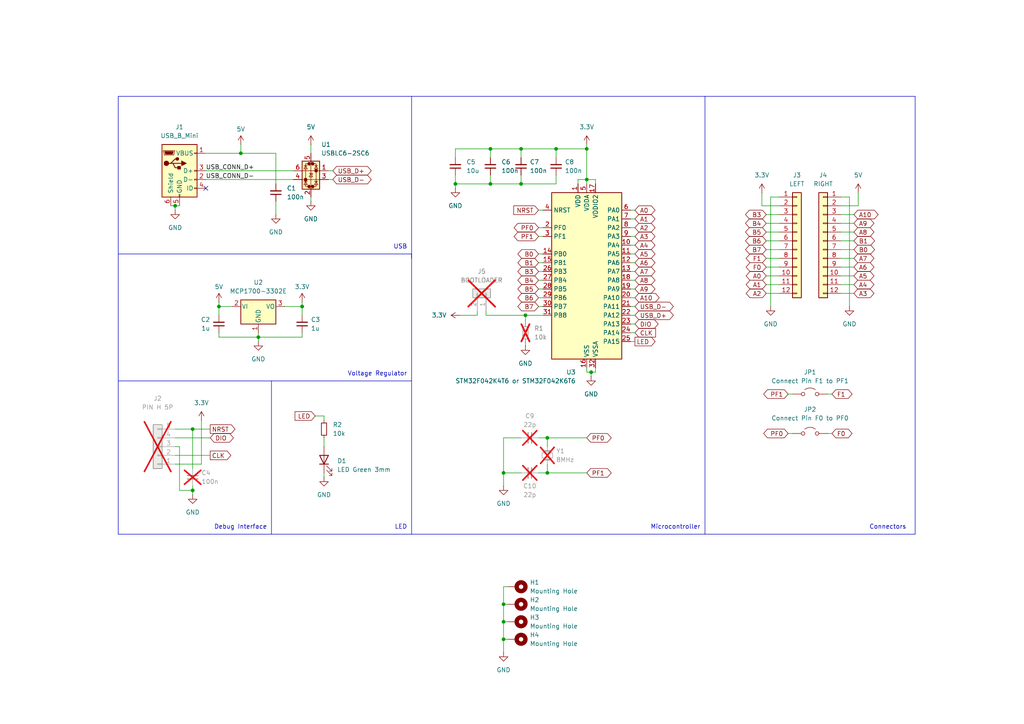
<source format=kicad_sch>
(kicad_sch (version 20250114) (generator "eeschema") (generator_version "9.0")
  (paper "A4")
  (title_block (title "stm32f0-usbd-devboard") (date "2025-04-12") (rev "20250412") (comment 3 "Released under CERN Open Hardware Licence Version 2 - Strongly Reciprocal") (comment 4 "Designed by: Rafael G. Martins"))
  (lib_symbols
    (symbol "Connector:USB_B_Mini" (pin_names (offset 1.016))
      (property "Reference" "J" (at -5.08 11.43 0))
      (property "Value" "USB_B_Mini" (at -5.08 8.89 0))
      (symbol "USB_B_Mini_0_1"
        (rectangle (start -5.08 -7.62) (end 5.08 7.62) (stroke (width 0.254)) (fill (type background)))
        (polyline (pts (xy -4.699 5.842) (xy -4.699 5.588) (xy -4.445 4.826) (xy -4.445 4.572) (xy -1.651 4.572) (xy -1.651 4.826) (xy -1.397 5.588) (xy -1.397 5.842) (xy -4.699 5.842)))
        (polyline (pts (xy -4.318 5.588) (xy -1.778 5.588) (xy -2.032 4.826) (xy -4.064 4.826) (xy -4.318 5.588)) (fill (type outline)))
        (circle (center -3.81 2.159) (radius 0.635) (stroke (width 0.254)) (fill (type outline)))
        (polyline (pts (xy -3.175 2.159) (xy -2.54 2.159) (xy -1.27 3.429) (xy -0.635 3.429)) (stroke (width 0.254)))
        (polyline (pts (xy -2.54 2.159) (xy -1.905 2.159) (xy -1.27 0.889) (xy 0 0.889)) (stroke (width 0.254)))
        (polyline (pts (xy -1.905 2.159) (xy 0.635 2.159)) (stroke (width 0.254)))
        (circle (center -0.635 3.429) (radius 0.381) (stroke (width 0.254)) (fill (type outline)))
        (rectangle (start -0.127 -7.62) (end 0.127 -6.858))
        (rectangle (start 0.254 1.27) (end -0.508 0.508) (stroke (width 0.254)) (fill (type outline)))
        (polyline (pts (xy 0.635 2.794) (xy 0.635 1.524) (xy 1.905 2.159) (xy 0.635 2.794)) (stroke (width 0.254)) (fill (type outline)))
        (rectangle (start 5.08 4.953) (end 4.318 5.207))
        (rectangle (start 5.08 -0.127) (end 4.318 0.127))
        (rectangle (start 5.08 -2.667) (end 4.318 -2.413))
        (rectangle (start 5.08 -5.207) (end 4.318 -4.953))
      )
      (symbol "USB_B_Mini_1_1"
        (pin passive line (at -2.54 -10.16 90) (length 2.54) (name "Shield") (number "6"))
        (pin power_out line (at 0 -10.16 90) (length 2.54) (name "GND") (number "5"))
        (pin power_out line (at 7.62 5.08 180) (length 2.54) (name "VBUS") (number "1"))
        (pin bidirectional line (at 7.62 0 180) (length 2.54) (name "D+") (number "3"))
        (pin bidirectional line (at 7.62 -2.54 180) (length 2.54) (name "D-") (number "2"))
        (pin passive line (at 7.62 -5.08 180) (length 2.54) (name "ID") (number "4"))
      )
    )
    (symbol "Connector_Generic:Conn_01x02" (pin_names (offset 1.016) (hide yes))
      (property "Reference" "J" (at 0 2.54 0))
      (property "Value" "Conn_01x02" (at 0 -5.08 0))
      (symbol "Conn_01x02_1_1"
        (rectangle (start -1.27 1.27) (end 1.27 -3.81) (stroke (width 0.254)) (fill (type background)))
        (rectangle (start -1.27 0.127) (end 0 -0.127) (stroke (width 0.1524)))
        (rectangle (start -1.27 -2.413) (end 0 -2.667) (stroke (width 0.1524)))
        (pin passive line (at -5.08 0 0) (length 3.81) (name "Pin_1") (number "1"))
        (pin passive line (at -5.08 -2.54 0) (length 3.81) (name "Pin_2") (number "2"))
      )
    )
    (symbol "Connector_Generic:Conn_01x05" (pin_names (offset 1.016) (hide yes))
      (property "Reference" "J" (at 0 7.62 0))
      (property "Value" "Conn_01x05" (at 0 -7.62 0))
      (symbol "Conn_01x05_1_1"
        (rectangle (start -1.27 6.35) (end 1.27 -6.35) (stroke (width 0.254)) (fill (type background)))
        (rectangle (start -1.27 5.207) (end 0 4.953) (stroke (width 0.1524)))
        (rectangle (start -1.27 2.667) (end 0 2.413) (stroke (width 0.1524)))
        (rectangle (start -1.27 0.127) (end 0 -0.127) (stroke (width 0.1524)))
        (rectangle (start -1.27 -2.413) (end 0 -2.667) (stroke (width 0.1524)))
        (rectangle (start -1.27 -4.953) (end 0 -5.207) (stroke (width 0.1524)))
        (pin passive line (at -5.08 5.08 0) (length 3.81) (name "Pin_1") (number "1"))
        (pin passive line (at -5.08 2.54 0) (length 3.81) (name "Pin_2") (number "2"))
        (pin passive line (at -5.08 0 0) (length 3.81) (name "Pin_3") (number "3"))
        (pin passive line (at -5.08 -2.54 0) (length 3.81) (name "Pin_4") (number "4"))
        (pin passive line (at -5.08 -5.08 0) (length 3.81) (name "Pin_5") (number "5"))
      )
    )
    (symbol "Connector_Generic:Conn_01x12" (pin_names (offset 1.016) (hide yes))
      (property "Reference" "J" (at 0 15.24 0))
      (property "Value" "Conn_01x12" (at 0 -17.78 0))
      (symbol "Conn_01x12_1_1"
        (rectangle (start -1.27 13.97) (end 1.27 -16.51) (stroke (width 0.254)) (fill (type background)))
        (rectangle (start -1.27 12.827) (end 0 12.573) (stroke (width 0.1524)))
        (rectangle (start -1.27 10.287) (end 0 10.033) (stroke (width 0.1524)))
        (rectangle (start -1.27 7.747) (end 0 7.493) (stroke (width 0.1524)))
        (rectangle (start -1.27 5.207) (end 0 4.953) (stroke (width 0.1524)))
        (rectangle (start -1.27 2.667) (end 0 2.413) (stroke (width 0.1524)))
        (rectangle (start -1.27 0.127) (end 0 -0.127) (stroke (width 0.1524)))
        (rectangle (start -1.27 -2.413) (end 0 -2.667) (stroke (width 0.1524)))
        (rectangle (start -1.27 -4.953) (end 0 -5.207) (stroke (width 0.1524)))
        (rectangle (start -1.27 -7.493) (end 0 -7.747) (stroke (width 0.1524)))
        (rectangle (start -1.27 -10.033) (end 0 -10.287) (stroke (width 0.1524)))
        (rectangle (start -1.27 -12.573) (end 0 -12.827) (stroke (width 0.1524)))
        (rectangle (start -1.27 -15.113) (end 0 -15.367) (stroke (width 0.1524)))
        (pin passive line (at -5.08 12.7 0) (length 3.81) (name "Pin_1") (number "1"))
        (pin passive line (at -5.08 10.16 0) (length 3.81) (name "Pin_2") (number "2"))
        (pin passive line (at -5.08 7.62 0) (length 3.81) (name "Pin_3") (number "3"))
        (pin passive line (at -5.08 5.08 0) (length 3.81) (name "Pin_4") (number "4"))
        (pin passive line (at -5.08 2.54 0) (length 3.81) (name "Pin_5") (number "5"))
        (pin passive line (at -5.08 0 0) (length 3.81) (name "Pin_6") (number "6"))
        (pin passive line (at -5.08 -2.54 0) (length 3.81) (name "Pin_7") (number "7"))
        (pin passive line (at -5.08 -5.08 0) (length 3.81) (name "Pin_8") (number "8"))
        (pin passive line (at -5.08 -7.62 0) (length 3.81) (name "Pin_9") (number "9"))
        (pin passive line (at -5.08 -10.16 0) (length 3.81) (name "Pin_10") (number "10"))
        (pin passive line (at -5.08 -12.7 0) (length 3.81) (name "Pin_11") (number "11"))
        (pin passive line (at -5.08 -15.24 0) (length 3.81) (name "Pin_12") (number "12"))
      )
    )
    (symbol "Device:C_Small" (pin_numbers (hide yes)) (pin_names (offset 0.254) (hide yes))
      (property "Reference" "C" (at 0.254 1.778 0))
      (property "Value" "C_Small" (at 0.254 -2.032 0))
      (symbol "C_Small_0_1"
        (polyline (pts (xy -1.524 0.508) (xy 1.524 0.508)) (stroke (width 0.3048)))
        (polyline (pts (xy -1.524 -0.508) (xy 1.524 -0.508)) (stroke (width 0.3302)))
      )
      (symbol "C_Small_1_1"
        (pin passive line (at 0 2.54 270) (length 2.032) (name "~") (number "1"))
        (pin passive line (at 0 -2.54 90) (length 2.032) (name "~") (number "2"))
      )
    )
    (symbol "Device:Crystal_Small" (pin_numbers (hide yes)) (pin_names (offset 1.016) (hide yes))
      (property "Reference" "Y" (at 0 2.54 0))
      (property "Value" "Crystal_Small" (at 0 -2.54 0))
      (symbol "Crystal_Small_0_1"
        (polyline (pts (xy -1.27 -0.762) (xy -1.27 0.762)) (stroke (width 0.381)))
        (rectangle (start -0.762 -1.524) (end 0.762 1.524))
        (polyline (pts (xy 1.27 -0.762) (xy 1.27 0.762)) (stroke (width 0.381)))
      )
      (symbol "Crystal_Small_1_1"
        (pin passive line (at -2.54 0 0) (length 1.27) (name "1") (number "1"))
        (pin passive line (at 2.54 0 180) (length 1.27) (name "2") (number "2"))
      )
    )
    (symbol "Device:LED" (pin_numbers (hide yes)) (pin_names (offset 1.016) (hide yes))
      (property "Reference" "D" (at 0 2.54 0))
      (property "Value" "LED" (at 0 -2.54 0))
      (symbol "LED_0_1"
        (polyline (pts (xy -3.048 -0.762) (xy -4.572 -2.286) (xy -3.81 -2.286) (xy -4.572 -2.286) (xy -4.572 -1.524)))
        (polyline (pts (xy -1.778 -0.762) (xy -3.302 -2.286) (xy -2.54 -2.286) (xy -3.302 -2.286) (xy -3.302 -1.524)))
        (polyline (pts (xy -1.27 0) (xy 1.27 0)))
        (polyline (pts (xy -1.27 -1.27) (xy -1.27 1.27)) (stroke (width 0.254)))
        (polyline (pts (xy 1.27 -1.27) (xy 1.27 1.27) (xy -1.27 0) (xy 1.27 -1.27)) (stroke (width 0.254)))
      )
      (symbol "LED_1_1"
        (pin passive line (at -3.81 0 0) (length 2.54) (name "K") (number "1"))
        (pin passive line (at 3.81 0 180) (length 2.54) (name "A") (number "2"))
      )
    )
    (symbol "Device:R_Small" (pin_numbers (hide yes)) (pin_names (offset 0.254) (hide yes))
      (property "Reference" "R" (at 0 0 90))
      (property "Value" "R_Small" (at 1.778 0 90))
      (symbol "R_Small_0_1"
        (rectangle (start -0.762 1.778) (end 0.762 -1.778) (stroke (width 0.2032)))
      )
      (symbol "R_Small_1_1"
        (pin passive line (at 0 2.54 270) (length 0.762) (name "~") (number "1"))
        (pin passive line (at 0 -2.54 90) (length 0.762) (name "~") (number "2"))
      )
    )
    (symbol "Jumper:Jumper_2_Open" (pin_numbers (hide yes)) (pin_names (offset 0) (hide yes))
      (property "Reference" "JP" (at 0 2.794 0))
      (property "Value" "Jumper_2_Open" (at 0 -2.286 0))
      (symbol "Jumper_2_Open_0_0"
        (circle (center -2.032 0) (radius 0.508))
        (circle (center 2.032 0) (radius 0.508))
      )
      (symbol "Jumper_2_Open_0_1"
        (arc (start -1.524 1.27) (mid 0 1.778) (end 1.524 1.27))
      )
      (symbol "Jumper_2_Open_1_1"
        (pin passive line (at -5.08 0 0) (length 2.54) (name "A") (number "1"))
        (pin passive line (at 5.08 0 180) (length 2.54) (name "B") (number "2"))
      )
    )
    (symbol "MCU_ST_STM32F0:STM32F042K6Tx"
      (property "Reference" "U" (at -10.16 26.67 0))
      (property "Value" "STM32F042K6Tx" (at 5.08 26.67 0))
      (symbol "STM32F042K6Tx_0_1"
        (rectangle (start -10.16 -22.86) (end 10.16 25.4) (stroke (width 0.254)) (fill (type background)))
      )
      (symbol "STM32F042K6Tx_1_1"
        (pin input line (at -12.7 20.32 0) (length 2.54) (name "NRST") (number "4"))
        (pin bidirectional line (at -12.7 15.24 0) (length 2.54) (name "PF0") (number "2"))
        (pin bidirectional line (at -12.7 12.7 0) (length 2.54) (name "PF1") (number "3"))
        (pin bidirectional line (at -12.7 7.62 0) (length 2.54) (name "PB0") (number "14"))
        (pin bidirectional line (at -12.7 5.08 0) (length 2.54) (name "PB1") (number "15"))
        (pin bidirectional line (at -12.7 2.54 0) (length 2.54) (name "PB3") (number "26"))
        (pin bidirectional line (at -12.7 0 0) (length 2.54) (name "PB4") (number "27"))
        (pin bidirectional line (at -12.7 -2.54 0) (length 2.54) (name "PB5") (number "28"))
        (pin bidirectional line (at -12.7 -5.08 0) (length 2.54) (name "PB6") (number "29"))
        (pin bidirectional line (at -12.7 -7.62 0) (length 2.54) (name "PB7") (number "30"))
        (pin bidirectional line (at -12.7 -10.16 0) (length 2.54) (name "PB8") (number "31"))
        (pin power_in line (at -2.54 27.94 270) (length 2.54) (name "VDD") (number "1"))
        (pin power_in line (at 0 27.94 270) (length 2.54) (name "VDDA") (number "5"))
        (pin power_in line (at 0 -25.4 90) (length 2.54) (name "VSS") (number "16"))
        (pin power_in line (at 2.54 27.94 270) (length 2.54) (name "VDDIO2") (number "17"))
        (pin power_in line (at 2.54 -25.4 90) (length 2.54) (name "VSSA") (number "32"))
        (pin bidirectional line (at 12.7 20.32 180) (length 2.54) (name "PA0") (number "6"))
        (pin bidirectional line (at 12.7 17.78 180) (length 2.54) (name "PA1") (number "7"))
        (pin bidirectional line (at 12.7 15.24 180) (length 2.54) (name "PA2") (number "8"))
        (pin bidirectional line (at 12.7 12.7 180) (length 2.54) (name "PA3") (number "9"))
        (pin bidirectional line (at 12.7 10.16 180) (length 2.54) (name "PA4") (number "10"))
        (pin bidirectional line (at 12.7 7.62 180) (length 2.54) (name "PA5") (number "11"))
        (pin bidirectional line (at 12.7 5.08 180) (length 2.54) (name "PA6") (number "12"))
        (pin bidirectional line (at 12.7 2.54 180) (length 2.54) (name "PA7") (number "13"))
        (pin bidirectional line (at 12.7 0 180) (length 2.54) (name "PA8") (number "18"))
        (pin bidirectional line (at 12.7 -2.54 180) (length 2.54) (name "PA9") (number "19"))
        (pin bidirectional line (at 12.7 -5.08 180) (length 2.54) (name "PA10") (number "20"))
        (pin bidirectional line (at 12.7 -7.62 180) (length 2.54) (name "PA11") (number "21"))
        (pin bidirectional line (at 12.7 -10.16 180) (length 2.54) (name "PA12") (number "22"))
        (pin bidirectional line (at 12.7 -12.7 180) (length 2.54) (name "PA13") (number "23"))
        (pin bidirectional line (at 12.7 -15.24 180) (length 2.54) (name "PA14") (number "24"))
        (pin bidirectional line (at 12.7 -17.78 180) (length 2.54) (name "PA15") (number "25"))
      )
    )
    (symbol "Mechanical:MountingHole_Pad" (pin_numbers (hide yes)) (pin_names (offset 1.016) (hide yes)) (in_bom no)
      (property "Reference" "H" (at 0 6.35 0))
      (property "Value" "MountingHole_Pad" (at 0 4.445 0))
      (symbol "MountingHole_Pad_0_1"
        (circle (center 0 1.27) (radius 1.27) (stroke (width 1.27)))
      )
      (symbol "MountingHole_Pad_1_1"
        (pin input line (at 0 -2.54 90) (length 2.54) (name "1") (number "1"))
      )
    )
    (symbol "Power_Protection:USBLC6-2SC6" (pin_names (hide yes))
      (property "Reference" "U" (at 0.635 5.715 0))
      (property "Value" "USBLC6-2SC6" (at 0.635 3.81 0))
      (symbol "USBLC6-2SC6_0_0"
        (circle (center -1.524 0) (radius 0.0001) (stroke (width 0.508)))
        (circle (center -0.508 2.032) (radius 0.0001) (stroke (width 0.508)))
        (circle (center -0.508 -4.572) (radius 0.0001) (stroke (width 0.508)))
        (circle (center 0.508 2.032) (radius 0.0001) (stroke (width 0.508)))
        (circle (center 0.508 -4.572) (radius 0.0001) (stroke (width 0.508)))
        (circle (center 1.524 -2.54) (radius 0.0001) (stroke (width 0.508)))
      )
      (symbol "USBLC6-2SC6_0_1"
        (polyline (pts (xy -2.54 0) (xy 2.54 0)))
        (polyline (pts (xy -2.54 -2.54) (xy 2.54 -2.54)))
        (polyline (pts (xy -2.032 0.508) (xy -1.016 0.508) (xy -1.524 1.524) (xy -2.032 0.508)))
        (polyline (pts (xy -2.032 -3.048) (xy -1.016 -3.048)))
        (polyline (pts (xy -1.016 1.524) (xy -2.032 1.524)))
        (polyline (pts (xy -1.016 -4.064) (xy -2.032 -4.064) (xy -1.524 -3.048) (xy -1.016 -4.064)))
        (polyline (pts (xy -0.508 -1.143) (xy -0.508 -0.762) (xy 0.508 -0.762)))
        (polyline (pts (xy 0 2.54) (xy -0.508 2.032) (xy 0.508 2.032) (xy 0 1.524) (xy 0 -4.064) (xy -0.508 -4.572) (xy 0.508 -4.572) (xy 0 -5.08)))
        (polyline (pts (xy 0.508 -1.778) (xy -0.508 -1.778) (xy 0 -0.762) (xy 0.508 -1.778)))
        (polyline (pts (xy 1.016 1.524) (xy 2.032 1.524)))
        (polyline (pts (xy 1.016 -3.048) (xy 2.032 -3.048)))
        (polyline (pts (xy 2.032 0.508) (xy 1.016 0.508) (xy 1.524 1.524) (xy 2.032 0.508)))
        (polyline (pts (xy 2.032 -4.064) (xy 1.016 -4.064) (xy 1.524 -3.048) (xy 2.032 -4.064)))
      )
      (symbol "USBLC6-2SC6_1_1"
        (rectangle (start -2.54 2.794) (end 2.54 -5.334) (stroke (width 0.254)) (fill (type background)))
        (polyline (pts (xy -0.508 2.032) (xy -1.524 2.032) (xy -1.524 -4.572) (xy -0.508 -4.572)))
        (polyline (pts (xy 0.508 -4.572) (xy 1.524 -4.572) (xy 1.524 2.032) (xy 0.508 2.032)))
        (pin passive line (at -5.08 0 0) (length 2.54) (name "I/O1") (number "1"))
        (pin passive line (at -5.08 -2.54 0) (length 2.54) (name "I/O2") (number "3"))
        (pin passive line (at 0 5.08 270) (length 2.54) (name "VBUS") (number "5"))
        (pin passive line (at 0 -7.62 90) (length 2.54) (name "GND") (number "2"))
        (pin passive line (at 5.08 0 180) (length 2.54) (name "I/O1") (number "6"))
        (pin passive line (at 5.08 -2.54 180) (length 2.54) (name "I/O2") (number "4"))
      )
    )
    (symbol "Regulator_Linear:MCP1700x-330xxTO" (pin_names (offset 0.254))
      (property "Reference" "U" (at -3.81 -3.175 0))
      (property "Value" "MCP1700x-330xxTO" (at 0 -3.175 0))
      (symbol "MCP1700x-330xxTO_0_1"
        (rectangle (start -5.08 5.08) (end 5.08 -1.905) (stroke (width 0.254)) (fill (type background)))
      )
      (symbol "MCP1700x-330xxTO_1_1"
        (pin power_in line (at -7.62 0 0) (length 2.54) (name "VI") (number "2"))
        (pin power_in line (at 0 7.62 270) (length 2.54) (name "GND") (number "1"))
        (pin power_out line (at 7.62 0 180) (length 2.54) (name "VO") (number "3"))
      )
    )
    (symbol "power:+3.3V" (power) (pin_numbers (hide yes)) (pin_names (offset 0) (hide yes))
      (property "Value" "+3.3V" (at 0 3.556 0))
      (symbol "+3.3V_0_1"
        (polyline (pts (xy -0.762 1.27) (xy 0 2.54)))
        (polyline (pts (xy 0 2.54) (xy 0.762 1.27)))
        (polyline (pts (xy 0 0) (xy 0 2.54)))
      )
      (symbol "+3.3V_1_1"
        (pin power_in line (at 0 0 90) (length 0) (name "~") (number "1"))
      )
    )
    (symbol "power:+5V" (power) (pin_numbers (hide yes)) (pin_names (offset 0) (hide yes))
      (property "Value" "+5V" (at 0 3.556 0))
      (symbol "+5V_0_1"
        (polyline (pts (xy -0.762 1.27) (xy 0 2.54)))
        (polyline (pts (xy 0 2.54) (xy 0.762 1.27)))
        (polyline (pts (xy 0 0) (xy 0 2.54)))
      )
      (symbol "+5V_1_1"
        (pin power_in line (at 0 0 90) (length 0) (name "~") (number "1"))
      )
    )
    (symbol "power:GND" (power) (pin_numbers (hide yes)) (pin_names (offset 0) (hide yes))
      (property "Value" "GND" (at 0 -3.81 0))
      (symbol "GND_0_1"
        (polyline (pts (xy 0 0) (xy 0 -1.27) (xy 1.27 -1.27) (xy 0 -2.54) (xy -1.27 -1.27) (xy 0 -1.27)))
      )
      (symbol "GND_1_1"
        (pin power_in line (at 0 0 270) (length 0) (name "~") (number "1"))
      )
    )
  )
  (text "Debug Interface" (at 77.47 153.67 0) (effects (font (size 1.27 1.27)) (justify right bottom)))
  (text "LED" (at 118.11 153.67 0) (effects (font (size 1.27 1.27)) (justify right bottom)))
  (text "Microcontroller" (at 203.2 153.67 0) (effects (font (size 1.27 1.27)) (justify right bottom)))
  (text "Connectors" (at 262.89 153.67 0) (effects (font (size 1.27 1.27)) (justify right bottom)))
  (text "Voltage Regulator" (at 118.11 109.22 0) (effects (font (size 1.27 1.27)) (justify right bottom)))
  (text "USB" (at 118.11 72.39 0) (effects (font (size 1.27 1.27)) (justify right bottom)))
  (junction (at 55.88 142.24))
  (junction (at 146.05 180.34))
  (junction (at 146.05 185.42))
  (junction (at 152.4 91.44))
  (junction (at 142.24 53.34))
  (junction (at 158.75 127))
  (junction (at 132.08 53.34))
  (junction (at 151.13 53.34))
  (junction (at 171.45 107.95))
  (junction (at 158.75 137.16))
  (junction (at 146.05 137.16))
  (junction (at 50.8 59.69))
  (junction (at 69.85 44.45))
  (junction (at 74.93 97.79))
  (junction (at 161.29 43.18))
  (junction (at 151.13 43.18))
  (junction (at 170.18 43.18))
  (junction (at 142.24 43.18))
  (junction (at 87.63 88.9))
  (junction (at 63.5 88.9))
  (junction (at 146.05 175.26))
  (junction (at 55.88 124.46))
  (junction (at 170.18 52.07))
  (no_connect (at 59.69 54.61))
  (wire (pts (xy 146.05 140.97) (xy 146.05 137.16)))
  (wire (pts (xy 220.98 55.88) (xy 220.98 59.69)))
  (wire (pts (xy 182.88 81.28) (xy 184.15 81.28)))
  (wire (pts (xy 146.05 137.16) (xy 151.13 137.16)))
  (wire (pts (xy 240.03 114.3) (xy 241.3 114.3)))
  (wire (pts (xy 182.88 78.74) (xy 184.15 78.74)))
  (wire (pts (xy 146.05 175.26) (xy 147.32 175.26)))
  (wire (pts (xy 243.84 82.55) (xy 247.65 82.55)))
  (wire (pts (xy 171.45 107.95) (xy 172.72 107.95)))
  (wire (pts (xy 50.8 134.62) (xy 58.42 134.62)))
  (wire (pts (xy 59.69 44.45) (xy 69.85 44.45)))
  (wire (pts (xy 142.24 43.18) (xy 151.13 43.18)))
  (wire (pts (xy 146.05 185.42) (xy 146.05 189.23)))
  (wire (pts (xy 222.25 80.01) (xy 226.06 80.01)))
  (wire (pts (xy 246.38 57.15) (xy 246.38 88.9)))
  (wire (pts (xy 63.5 88.9) (xy 67.31 88.9)))
  (wire (pts (xy 182.88 91.44) (xy 184.15 91.44)))
  (wire (pts (xy 146.05 185.42) (xy 147.32 185.42)))
  (wire (pts (xy 152.4 99.06) (xy 152.4 100.33)))
  (wire (pts (xy 220.98 59.69) (xy 226.06 59.69)))
  (polyline (pts (xy 34.29 27.94) (xy 34.29 154.94)))
  (wire (pts (xy 138.43 91.44) (xy 138.43 90.17)))
  (wire (pts (xy 228.6 125.73) (xy 229.87 125.73)))
  (wire (pts (xy 93.98 137.16) (xy 93.98 138.43)))
  (polyline (pts (xy 34.29 110.49) (xy 119.38 110.49)))
  (wire (pts (xy 69.85 44.45) (xy 80.01 44.45)))
  (wire (pts (xy 87.63 88.9) (xy 87.63 91.44)))
  (wire (pts (xy 55.88 124.46) (xy 60.96 124.46)))
  (wire (pts (xy 170.18 43.18) (xy 170.18 52.07)))
  (wire (pts (xy 243.84 67.31) (xy 247.65 67.31)))
  (wire (pts (xy 55.88 142.24) (xy 55.88 140.97)))
  (wire (pts (xy 156.21 137.16) (xy 158.75 137.16)))
  (wire (pts (xy 161.29 43.18) (xy 170.18 43.18)))
  (wire (pts (xy 147.32 170.18) (xy 146.05 170.18)))
  (wire (pts (xy 222.25 82.55) (xy 226.06 82.55)))
  (wire (pts (xy 146.05 127) (xy 151.13 127)))
  (wire (pts (xy 63.5 87.63) (xy 63.5 88.9)))
  (wire (pts (xy 223.52 57.15) (xy 223.52 88.9)))
  (wire (pts (xy 222.25 64.77) (xy 226.06 64.77)))
  (wire (pts (xy 156.21 78.74) (xy 157.48 78.74)))
  (wire (pts (xy 74.93 97.79) (xy 74.93 99.06)))
  (polyline (pts (xy 204.47 27.94) (xy 265.43 27.94)))
  (wire (pts (xy 151.13 43.18) (xy 151.13 45.72)))
  (wire (pts (xy 156.21 76.2) (xy 157.48 76.2)))
  (wire (pts (xy 158.75 137.16) (xy 170.18 137.16)))
  (wire (pts (xy 90.17 57.15) (xy 90.17 58.42)))
  (wire (pts (xy 132.08 54.61) (xy 132.08 53.34)))
  (wire (pts (xy 156.21 68.58) (xy 157.48 68.58)))
  (wire (pts (xy 161.29 53.34) (xy 161.29 50.8)))
  (wire (pts (xy 172.72 107.95) (xy 172.72 106.68)))
  (wire (pts (xy 151.13 50.8) (xy 151.13 53.34)))
  (wire (pts (xy 95.25 49.53) (xy 96.52 49.53)))
  (wire (pts (xy 228.6 114.3) (xy 229.87 114.3)))
  (wire (pts (xy 146.05 175.26) (xy 146.05 180.34)))
  (wire (pts (xy 182.88 73.66) (xy 184.15 73.66)))
  (wire (pts (xy 222.25 62.23) (xy 226.06 62.23)))
  (wire (pts (xy 158.75 134.62) (xy 158.75 137.16)))
  (wire (pts (xy 93.98 120.65) (xy 93.98 121.92)))
  (wire (pts (xy 222.25 72.39) (xy 226.06 72.39)))
  (wire (pts (xy 87.63 87.63) (xy 87.63 88.9)))
  (wire (pts (xy 55.88 135.89) (xy 55.88 124.46)))
  (polyline (pts (xy 265.43 154.94) (xy 204.47 154.94)))
  (wire (pts (xy 170.18 52.07) (xy 170.18 53.34)))
  (wire (pts (xy 156.21 88.9) (xy 157.48 88.9)))
  (wire (pts (xy 161.29 43.18) (xy 161.29 45.72)))
  (wire (pts (xy 243.84 80.01) (xy 247.65 80.01)))
  (polyline (pts (xy 204.47 27.94) (xy 204.47 154.94)))
  (wire (pts (xy 146.05 137.16) (xy 146.05 127)))
  (wire (pts (xy 95.25 52.07) (xy 96.52 52.07)))
  (wire (pts (xy 182.88 83.82) (xy 184.15 83.82)))
  (wire (pts (xy 80.01 58.42) (xy 80.01 62.23)))
  (wire (pts (xy 172.72 52.07) (xy 170.18 52.07)))
  (wire (pts (xy 156.21 83.82) (xy 157.48 83.82)))
  (wire (pts (xy 182.88 76.2) (xy 184.15 76.2)))
  (wire (pts (xy 50.8 59.69) (xy 50.8 60.96)))
  (wire (pts (xy 52.07 142.24) (xy 55.88 142.24)))
  (wire (pts (xy 222.25 67.31) (xy 226.06 67.31)))
  (wire (pts (xy 93.98 127) (xy 93.98 129.54)))
  (wire (pts (xy 182.88 96.52) (xy 184.15 96.52)))
  (wire (pts (xy 172.72 53.34) (xy 172.72 52.07)))
  (wire (pts (xy 132.08 53.34) (xy 142.24 53.34)))
  (wire (pts (xy 133.35 91.44) (xy 138.43 91.44)))
  (wire (pts (xy 59.69 52.07) (xy 85.09 52.07)))
  (wire (pts (xy 146.05 180.34) (xy 146.05 185.42)))
  (wire (pts (xy 74.93 96.52) (xy 74.93 97.79)))
  (wire (pts (xy 182.88 93.98) (xy 184.15 93.98)))
  (wire (pts (xy 243.84 77.47) (xy 247.65 77.47)))
  (wire (pts (xy 142.24 53.34) (xy 151.13 53.34)))
  (wire (pts (xy 223.52 57.15) (xy 226.06 57.15)))
  (wire (pts (xy 248.92 55.88) (xy 248.92 59.69)))
  (polyline (pts (xy 265.43 27.94) (xy 265.43 154.94)))
  (wire (pts (xy 170.18 107.95) (xy 171.45 107.95)))
  (wire (pts (xy 55.88 142.24) (xy 55.88 143.51)))
  (wire (pts (xy 171.45 107.95) (xy 171.45 109.22)))
  (wire (pts (xy 156.21 81.28) (xy 157.48 81.28)))
  (wire (pts (xy 151.13 53.34) (xy 161.29 53.34)))
  (wire (pts (xy 80.01 44.45) (xy 80.01 53.34)))
  (wire (pts (xy 156.21 73.66) (xy 157.48 73.66)))
  (wire (pts (xy 152.4 91.44) (xy 152.4 93.98)))
  (wire (pts (xy 170.18 41.91) (xy 170.18 43.18)))
  (wire (pts (xy 243.84 59.69) (xy 248.92 59.69)))
  (wire (pts (xy 243.84 72.39) (xy 247.65 72.39)))
  (wire (pts (xy 158.75 127) (xy 170.18 127)))
  (wire (pts (xy 55.88 124.46) (xy 50.8 124.46)))
  (wire (pts (xy 132.08 43.18) (xy 142.24 43.18)))
  (wire (pts (xy 182.88 88.9) (xy 184.15 88.9)))
  (wire (pts (xy 146.05 180.34) (xy 147.32 180.34)))
  (wire (pts (xy 132.08 43.18) (xy 132.08 45.72)))
  (wire (pts (xy 222.25 77.47) (xy 226.06 77.47)))
  (wire (pts (xy 167.64 53.34) (xy 167.64 52.07)))
  (wire (pts (xy 52.07 129.54) (xy 52.07 142.24)))
  (wire (pts (xy 156.21 127) (xy 158.75 127)))
  (polyline (pts (xy 204.47 154.94) (xy 34.29 154.94)))
  (wire (pts (xy 151.13 43.18) (xy 161.29 43.18)))
  (wire (pts (xy 140.97 91.44) (xy 152.4 91.44)))
  (wire (pts (xy 156.21 86.36) (xy 157.48 86.36)))
  (wire (pts (xy 182.88 71.12) (xy 184.15 71.12)))
  (wire (pts (xy 156.21 66.04) (xy 157.48 66.04)))
  (wire (pts (xy 59.69 49.53) (xy 85.09 49.53)))
  (wire (pts (xy 146.05 170.18) (xy 146.05 175.26)))
  (wire (pts (xy 50.8 132.08) (xy 60.96 132.08)))
  (wire (pts (xy 132.08 50.8) (xy 132.08 53.34)))
  (wire (pts (xy 142.24 50.8) (xy 142.24 53.34)))
  (wire (pts (xy 74.93 97.79) (xy 87.63 97.79)))
  (wire (pts (xy 50.8 127) (xy 60.96 127)))
  (wire (pts (xy 63.5 96.52) (xy 63.5 97.79)))
  (wire (pts (xy 243.84 64.77) (xy 247.65 64.77)))
  (wire (pts (xy 49.53 59.69) (xy 50.8 59.69)))
  (wire (pts (xy 182.88 68.58) (xy 184.15 68.58)))
  (wire (pts (xy 222.25 69.85) (xy 226.06 69.85)))
  (wire (pts (xy 243.84 62.23) (xy 247.65 62.23)))
  (wire (pts (xy 152.4 91.44) (xy 157.48 91.44)))
  (wire (pts (xy 240.03 125.73) (xy 241.3 125.73)))
  (polyline (pts (xy 34.29 27.94) (xy 204.47 27.94)))
  (wire (pts (xy 91.44 120.65) (xy 93.98 120.65)))
  (wire (pts (xy 50.8 59.69) (xy 52.07 59.69)))
  (wire (pts (xy 222.25 85.09) (xy 226.06 85.09)))
  (wire (pts (xy 50.8 129.54) (xy 52.07 129.54)))
  (wire (pts (xy 170.18 106.68) (xy 170.18 107.95)))
  (polyline (pts (xy 119.38 73.66) (xy 119.38 74.93)))
  (polyline (pts (xy 78.74 110.49) (xy 78.74 154.94)))
  (wire (pts (xy 182.88 99.06) (xy 184.15 99.06)))
  (wire (pts (xy 182.88 60.96) (xy 184.15 60.96)))
  (wire (pts (xy 58.42 121.92) (xy 58.42 134.62)))
  (wire (pts (xy 246.38 57.15) (xy 243.84 57.15)))
  (wire (pts (xy 63.5 97.79) (xy 74.93 97.79)))
  (wire (pts (xy 167.64 52.07) (xy 170.18 52.07)))
  (wire (pts (xy 82.55 88.9) (xy 87.63 88.9)))
  (wire (pts (xy 182.88 86.36) (xy 184.15 86.36)))
  (polyline (pts (xy 119.38 27.94) (xy 119.38 154.94)))
  (wire (pts (xy 140.97 91.44) (xy 140.97 90.17)))
  (wire (pts (xy 69.85 41.91) (xy 69.85 44.45)))
  (wire (pts (xy 90.17 41.91) (xy 90.17 44.45)))
  (polyline (pts (xy 34.29 73.66) (xy 119.38 73.66)))
  (wire (pts (xy 182.88 63.5) (xy 184.15 63.5)))
  (wire (pts (xy 243.84 74.93) (xy 247.65 74.93)))
  (wire (pts (xy 222.25 74.93) (xy 226.06 74.93)))
  (wire (pts (xy 63.5 88.9) (xy 63.5 91.44)))
  (wire (pts (xy 182.88 66.04) (xy 184.15 66.04)))
  (wire (pts (xy 243.84 69.85) (xy 247.65 69.85)))
  (wire (pts (xy 156.21 60.96) (xy 157.48 60.96)))
  (wire (pts (xy 158.75 127) (xy 158.75 129.54)))
  (wire (pts (xy 142.24 43.18) (xy 142.24 45.72)))
  (wire (pts (xy 243.84 85.09) (xy 247.65 85.09)))
  (wire (pts (xy 87.63 96.52) (xy 87.63 97.79)))
  (label "USB_CONN_D-" (at 59.69 52.07 0))
  (label "USB_CONN_D+" (at 59.69 49.53 0))
  (global_label "CLK" (shape input) (at 184.15 96.52 0) (property "Intersheetrefs" "${INTERSHEET_REFS}" (effects (hide yes))))
  (global_label "PF1" (shape bidirectional) (at 156.21 68.58 180) (property "Intersheetrefs" "${INTERSHEET_REFS}" (effects (hide yes))))
  (global_label "USB_D-" (shape bidirectional) (at 96.52 52.07 0) (property "Intersheetrefs" "${INTERSHEET_REFS}" (effects (hide yes))))
  (global_label "F0" (shape bidirectional) (at 241.3 125.73 0) (property "Intersheetrefs" "${INTERSHEET_REFS}" (effects (hide yes))))
  (global_label "B4" (shape bidirectional) (at 222.25 64.77 180) (property "Intersheetrefs" "${INTERSHEET_REFS}" (effects (hide yes))))
  (global_label "USB_D-" (shape bidirectional) (at 184.15 88.9 0) (property "Intersheetrefs" "${INTERSHEET_REFS}" (effects (hide yes))))
  (global_label "A8" (shape bidirectional) (at 247.65 67.31 0) (property "Intersheetrefs" "${INTERSHEET_REFS}" (effects (hide yes))))
  (global_label "DIO" (shape bidirectional) (at 60.96 127 0) (property "Intersheetrefs" "${INTERSHEET_REFS}" (effects (hide yes))))
  (global_label "A6" (shape bidirectional) (at 247.65 77.47 0) (property "Intersheetrefs" "${INTERSHEET_REFS}" (effects (hide yes))))
  (global_label "NRST" (shape output) (at 60.96 124.46 0) (property "Intersheetrefs" "${INTERSHEET_REFS}" (effects (hide yes))))
  (global_label "B4" (shape bidirectional) (at 156.21 81.28 180) (property "Intersheetrefs" "${INTERSHEET_REFS}" (effects (hide yes))))
  (global_label "LED" (shape output) (at 184.15 99.06 0) (property "Intersheetrefs" "${INTERSHEET_REFS}" (effects (hide yes))))
  (global_label "B7" (shape bidirectional) (at 222.25 72.39 180) (property "Intersheetrefs" "${INTERSHEET_REFS}" (effects (hide yes))))
  (global_label "A2" (shape bidirectional) (at 184.15 66.04 0) (property "Intersheetrefs" "${INTERSHEET_REFS}" (effects (hide yes))))
  (global_label "DIO" (shape bidirectional) (at 184.15 93.98 0) (property "Intersheetrefs" "${INTERSHEET_REFS}" (effects (hide yes))))
  (global_label "B5" (shape bidirectional) (at 156.21 83.82 180) (property "Intersheetrefs" "${INTERSHEET_REFS}" (effects (hide yes))))
  (global_label "F1" (shape bidirectional) (at 241.3 114.3 0) (property "Intersheetrefs" "${INTERSHEET_REFS}" (effects (hide yes))))
  (global_label "B0" (shape bidirectional) (at 156.21 73.66 180) (property "Intersheetrefs" "${INTERSHEET_REFS}" (effects (hide yes))))
  (global_label "B3" (shape bidirectional) (at 156.21 78.74 180) (property "Intersheetrefs" "${INTERSHEET_REFS}" (effects (hide yes))))
  (global_label "B6" (shape bidirectional) (at 156.21 86.36 180) (property "Intersheetrefs" "${INTERSHEET_REFS}" (effects (hide yes))))
  (global_label "A9" (shape bidirectional) (at 184.15 83.82 0) (property "Intersheetrefs" "${INTERSHEET_REFS}" (effects (hide yes))))
  (global_label "PF1" (shape bidirectional) (at 228.6 114.3 180) (property "Intersheetrefs" "${INTERSHEET_REFS}" (effects (hide yes))))
  (global_label "A1" (shape bidirectional) (at 184.15 63.5 0) (property "Intersheetrefs" "${INTERSHEET_REFS}" (effects (hide yes))))
  (global_label "B3" (shape bidirectional) (at 222.25 62.23 180) (property "Intersheetrefs" "${INTERSHEET_REFS}" (effects (hide yes))))
  (global_label "A7" (shape bidirectional) (at 184.15 78.74 0) (property "Intersheetrefs" "${INTERSHEET_REFS}" (effects (hide yes))))
  (global_label "PF1" (shape bidirectional) (at 170.18 137.16 0) (property "Intersheetrefs" "${INTERSHEET_REFS}" (effects (hide yes))))
  (global_label "USB_D+" (shape bidirectional) (at 184.15 91.44 0) (property "Intersheetrefs" "${INTERSHEET_REFS}" (effects (hide yes))))
  (global_label "A8" (shape bidirectional) (at 184.15 81.28 0) (property "Intersheetrefs" "${INTERSHEET_REFS}" (effects (hide yes))))
  (global_label "A2" (shape bidirectional) (at 222.25 85.09 180) (property "Intersheetrefs" "${INTERSHEET_REFS}" (effects (hide yes))))
  (global_label "B1" (shape bidirectional) (at 156.21 76.2 180) (property "Intersheetrefs" "${INTERSHEET_REFS}" (effects (hide yes))))
  (global_label "A9" (shape bidirectional) (at 247.65 64.77 0) (property "Intersheetrefs" "${INTERSHEET_REFS}" (effects (hide yes))))
  (global_label "A4" (shape bidirectional) (at 184.15 71.12 0) (property "Intersheetrefs" "${INTERSHEET_REFS}" (effects (hide yes))))
  (global_label "NRST" (shape input) (at 156.21 60.96 180) (property "Intersheetrefs" "${INTERSHEET_REFS}" (effects (hide yes))))
  (global_label "B0" (shape bidirectional) (at 247.65 72.39 0) (property "Intersheetrefs" "${INTERSHEET_REFS}" (effects (hide yes))))
  (global_label "PF0" (shape bidirectional) (at 170.18 127 0) (property "Intersheetrefs" "${INTERSHEET_REFS}" (effects (hide yes))))
  (global_label "B5" (shape bidirectional) (at 222.25 67.31 180) (property "Intersheetrefs" "${INTERSHEET_REFS}" (effects (hide yes))))
  (global_label "A3" (shape bidirectional) (at 184.15 68.58 0) (property "Intersheetrefs" "${INTERSHEET_REFS}" (effects (hide yes))))
  (global_label "A6" (shape bidirectional) (at 184.15 76.2 0) (property "Intersheetrefs" "${INTERSHEET_REFS}" (effects (hide yes))))
  (global_label "USB_D+" (shape bidirectional) (at 96.52 49.53 0) (property "Intersheetrefs" "${INTERSHEET_REFS}" (effects (hide yes))))
  (global_label "A4" (shape bidirectional) (at 247.65 82.55 0) (property "Intersheetrefs" "${INTERSHEET_REFS}" (effects (hide yes))))
  (global_label "PF0" (shape bidirectional) (at 228.6 125.73 180) (property "Intersheetrefs" "${INTERSHEET_REFS}" (effects (hide yes))))
  (global_label "A1" (shape bidirectional) (at 222.25 82.55 180) (property "Intersheetrefs" "${INTERSHEET_REFS}" (effects (hide yes))))
  (global_label "PF0" (shape bidirectional) (at 156.21 66.04 180) (property "Intersheetrefs" "${INTERSHEET_REFS}" (effects (hide yes))))
  (global_label "F1" (shape bidirectional) (at 222.25 74.93 180) (property "Intersheetrefs" "${INTERSHEET_REFS}" (effects (hide yes))))
  (global_label "F0" (shape bidirectional) (at 222.25 77.47 180) (property "Intersheetrefs" "${INTERSHEET_REFS}" (effects (hide yes))))
  (global_label "B1" (shape bidirectional) (at 247.65 69.85 0) (property "Intersheetrefs" "${INTERSHEET_REFS}" (effects (hide yes))))
  (global_label "A10" (shape bidirectional) (at 247.65 62.23 0) (property "Intersheetrefs" "${INTERSHEET_REFS}" (effects (hide yes))))
  (global_label "CLK" (shape output) (at 60.96 132.08 0) (property "Intersheetrefs" "${INTERSHEET_REFS}" (effects (hide yes))))
  (global_label "A7" (shape bidirectional) (at 247.65 74.93 0) (property "Intersheetrefs" "${INTERSHEET_REFS}" (effects (hide yes))))
  (global_label "A5" (shape bidirectional) (at 184.15 73.66 0) (property "Intersheetrefs" "${INTERSHEET_REFS}" (effects (hide yes))))
  (global_label "A0" (shape bidirectional) (at 184.15 60.96 0) (property "Intersheetrefs" "${INTERSHEET_REFS}" (effects (hide yes))))
  (global_label "B7" (shape bidirectional) (at 156.21 88.9 180) (property "Intersheetrefs" "${INTERSHEET_REFS}" (effects (hide yes))))
  (global_label "A3" (shape bidirectional) (at 247.65 85.09 0) (property "Intersheetrefs" "${INTERSHEET_REFS}" (effects (hide yes))))
  (global_label "A10" (shape bidirectional) (at 184.15 86.36 0) (property "Intersheetrefs" "${INTERSHEET_REFS}" (effects (hide yes))))
  (global_label "B6" (shape bidirectional) (at 222.25 69.85 180) (property "Intersheetrefs" "${INTERSHEET_REFS}" (effects (hide yes))))
  (global_label "LED" (shape input) (at 91.44 120.65 180) (property "Intersheetrefs" "${INTERSHEET_REFS}" (effects (hide yes))))
  (global_label "A5" (shape bidirectional) (at 247.65 80.01 0) (property "Intersheetrefs" "${INTERSHEET_REFS}" (effects (hide yes))))
  (global_label "A0" (shape bidirectional) (at 222.25 80.01 180) (property "Intersheetrefs" "${INTERSHEET_REFS}" (effects (hide yes))))
  (symbol (lib_id "Connector:USB_B_Mini") (at 52.07 49.53 0) (unit 1)
    (property "Reference" "J1" (at 52.07 36.83 0))
    (property "Value" "USB_B_Mini" (at 52.07 39.37 0))
    (property "Footprint" "custom:USB_Mini-B_PTH" (effects (hide yes)))
    (property "Description" "USB Mini Type B connector" (effects (hide yes)))
    (property "MPN" "GMSB0522132EU" (effects (hide yes)))
  )
  (symbol (lib_id "power:GND") (at 50.8 60.96 0) (unit 1)
    (property "Reference" "#PWR01" (effects (hide yes)))
    (property "Value" "GND" (at 50.8 66.04 0))
    (property "Description" "Power symbol creates a global label with name \"GND\" , ground" (effects (hide yes)))
  )
  (symbol (lib_id "power:GND") (at 80.01 62.23 0) (unit 1)
    (property "Reference" "#PWR07" (effects (hide yes)))
    (property "Value" "GND" (at 80.01 67.31 0))
    (property "Description" "Power symbol creates a global label with name \"GND\" , ground" (effects (hide yes)))
  )
  (symbol (lib_id "MCU_ST_STM32F0:STM32F042K6Tx") (at 170.18 81.28 0) (unit 1)
    (property "Reference" "U3" (at 167.005 107.95 0) (effects (justify right)))
    (property "Value" "STM32F042K4T6 or STM32F042K6T6" (at 167.005 110.49 0) (effects (justify right)))
    (property "Footprint" "Package_QFP:LQFP-32_7x7mm_P0.8mm" (effects (hide yes)))
    (property "Datasheet" "https://www.st.com/resource/en/datasheet/stm32f042k6.pdf" (effects (hide yes)))
    (property "Description" "STMicroelectronics Arm Cortex-M0 MCU, 32KB flash, 6KB RAM, 48 MHz, 2.0-3.6V, 26 GPIO, LQFP32" (effects (hide yes)))
    (property "MPN" "STM32F042K6T6" (effects (hide yes)))
  )
  (symbol (lib_id "Connector_Generic:Conn_01x12") (at 238.76 69.85 0) (mirror y) (unit 1)
    (property "Reference" "J4" (at 238.76 50.8 0))
    (property "Value" "RIGHT" (at 238.76 53.34 0))
    (property "Footprint" "custom:PinHeader_DevBoard_Right_Connector_1x12_P2.54mm_Vertical" (effects (hide yes)))
    (property "Description" "Generic connector, single row, 01x12, script generated (kicad-library-utils/schlib/autogen/connector/)" (effects (hide yes)))
  )
  (symbol (lib_id "Mechanical:MountingHole_Pad") (at 149.86 170.18 270) (unit 1)
    (property "Reference" "H1" (at 153.67 168.9099 90) (effects (justify left)))
    (property "Value" "Mounting Hole" (at 153.67 171.4499 90) (effects (justify left)))
    (property "Footprint" "MountingHole:MountingHole_2.2mm_M2_Pad_Via" (effects (hide yes)))
    (property "Description" "Mounting Hole with connection" (effects (hide yes)))
  )
  (symbol (lib_id "power:+5V") (at 69.85 41.91 0) (unit 1)
    (property "Reference" "#PWR05" (effects (hide yes)))
    (property "Value" "5V" (at 69.85 37.465 0))
    (property "Description" "Power symbol creates a global label with name \"+5V\"" (effects (hide yes)))
  )
  (symbol (lib_id "Device:Crystal_Small") (at 158.75 132.08 90) (unit 1) (dnp yes)
    (property "Reference" "Y1" (at 161.29 130.8099 90) (effects (justify right)))
    (property "Value" "8MHz" (at 161.29 133.3499 90) (effects (justify right)))
    (property "Footprint" "Crystal:Crystal_HC49-4H_Vertical" (effects (hide yes)))
    (property "Description" "Two pin crystal, small symbol" (effects (hide yes)))
  )
  (symbol (lib_id "power:GND") (at 132.08 54.61 0) (unit 1)
    (property "Reference" "#PWR012" (effects (hide yes)))
    (property "Value" "GND" (at 132.08 59.69 0))
    (property "Description" "Power symbol creates a global label with name \"GND\" , ground" (effects (hide yes)))
  )
  (symbol (lib_id "power:+3.3V") (at 58.42 121.92 0) (unit 1)
    (property "Reference" "#PWR03" (effects (hide yes)))
    (property "Value" "3.3V" (at 58.42 116.84 0))
    (property "Description" "Power symbol creates a global label with name \"+3.3V\"" (effects (hide yes)))
  )
  (symbol (lib_id "Device:C_Small") (at 161.29 48.26 180) (unit 1)
    (property "Reference" "C8" (at 163.83 46.9836 0) (effects (justify right)))
    (property "Value" "100n" (at 163.83 49.5236 0) (effects (justify right)))
    (property "Footprint" "custom:C_TDK_FA28" (effects (hide yes)))
    (property "Description" "Unpolarized capacitor, small symbol" (effects (hide yes)))
    (property "MPN" "FA28X7R1H104KNU06" (effects (hide yes)))
  )
  (symbol (lib_id "power:+3.3V") (at 220.98 55.88 0) (unit 1)
    (property "Reference" "#PWR020" (effects (hide yes)))
    (property "Value" "3.3V" (at 220.98 50.8 0))
    (property "Description" "Power symbol creates a global label with name \"+3.3V\"" (effects (hide yes)))
  )
  (symbol (lib_id "power:GND") (at 146.05 189.23 0) (unit 1)
    (property "Reference" "#PWR014" (effects (hide yes)))
    (property "Value" "GND" (at 146.05 194.31 0))
    (property "Description" "Power symbol creates a global label with name \"GND\" , ground" (effects (hide yes)))
  )
  (symbol (lib_id "Device:C_Small") (at 55.88 138.43 180) (unit 1) (dnp yes)
    (property "Reference" "C4" (at 58.42 137.1535 0) (effects (justify right)))
    (property "Value" "100n" (at 58.42 139.6935 0) (effects (justify right)))
    (property "Footprint" "custom:C_TDK_FA28" (effects (hide yes)))
    (property "Description" "Unpolarized capacitor, small symbol" (effects (hide yes)))
    (property "MPN" "FA28X7R1H104KNU06" (effects (hide yes)))
  )
  (symbol (lib_id "Device:C_Small") (at 151.13 48.26 180) (unit 1)
    (property "Reference" "C7" (at 153.67 46.9836 0) (effects (justify right)))
    (property "Value" "100n" (at 153.67 49.5236 0) (effects (justify right)))
    (property "Footprint" "custom:C_TDK_FA28" (effects (hide yes)))
    (property "Description" "Unpolarized capacitor, small symbol" (effects (hide yes)))
    (property "MPN" "FA28X7R1H104KNU06" (effects (hide yes)))
  )
  (symbol (lib_id "power:+5V") (at 248.92 55.88 0) (unit 1)
    (property "Reference" "#PWR021" (effects (hide yes)))
    (property "Value" "5V" (at 248.92 50.8 0))
    (property "Description" "Power symbol creates a global label with name \"+5V\"" (effects (hide yes)))
  )
  (symbol (lib_id "power:GND") (at 152.4 100.33 0) (unit 1)
    (property "Reference" "#PWR015" (effects (hide yes)))
    (property "Value" "GND" (at 152.4 105.41 0))
    (property "Description" "Power symbol creates a global label with name \"GND\" , ground" (effects (hide yes)))
  )
  (symbol (lib_id "power:GND") (at 55.88 143.51 0) (unit 1)
    (property "Reference" "#PWR02" (effects (hide yes)))
    (property "Value" "GND" (at 55.88 148.59 0))
    (property "Description" "Power symbol creates a global label with name \"GND\" , ground" (effects (hide yes)))
  )
  (symbol (lib_id "power:+3.3V") (at 170.18 41.91 0) (unit 1)
    (property "Reference" "#PWR016" (effects (hide yes)))
    (property "Value" "3.3V" (at 170.18 36.83 0))
    (property "Description" "Power symbol creates a global label with name \"+3.3V\"" (effects (hide yes)))
  )
  (symbol (lib_id "power:GND") (at 171.45 109.22 0) (unit 1)
    (property "Reference" "#PWR017" (effects (hide yes)))
    (property "Value" "GND" (at 171.45 114.3 0))
    (property "Description" "Power symbol creates a global label with name \"GND\" , ground" (effects (hide yes)))
  )
  (symbol (lib_id "power:GND") (at 93.98 138.43 0) (unit 1)
    (property "Reference" "#PWR011" (effects (hide yes)))
    (property "Value" "GND" (at 93.98 143.51 0))
    (property "Description" "Power symbol creates a global label with name \"GND\" , ground" (effects (hide yes)))
  )
  (symbol (lib_id "power:GND") (at 246.38 88.9 0) (unit 1)
    (property "Reference" "#PWR019" (effects (hide yes)))
    (property "Value" "GND" (at 246.38 93.98 0))
    (property "Description" "Power symbol creates a global label with name \"GND\" , ground" (effects (hide yes)))
  )
  (symbol (lib_id "Connector_Generic:Conn_01x12") (at 231.14 69.85 0) (unit 1)
    (property "Reference" "J3" (at 231.14 50.8 0))
    (property "Value" "LEFT" (at 231.14 53.34 0))
    (property "Footprint" "custom:PinHeader_DevBoard_Left_Connector_1x12_P2.54mm_Vertical" (effects (hide yes)))
    (property "Description" "Generic connector, single row, 01x12, script generated (kicad-library-utils/schlib/autogen/connector/)" (effects (hide yes)))
  )
  (symbol (lib_id "power:GND") (at 223.52 88.9 0) (unit 1)
    (property "Reference" "#PWR018" (effects (hide yes)))
    (property "Value" "GND" (at 223.52 93.98 0))
    (property "Description" "Power symbol creates a global label with name \"GND\" , ground" (effects (hide yes)))
  )
  (symbol (lib_id "Mechanical:MountingHole_Pad") (at 149.86 185.42 270) (unit 1)
    (property "Reference" "H4" (at 153.67 184.1499 90) (effects (justify left)))
    (property "Value" "Mounting Hole" (at 153.67 186.6899 90) (effects (justify left)))
    (property "Footprint" "MountingHole:MountingHole_2.2mm_M2_Pad_Via" (effects (hide yes)))
    (property "Description" "Mounting Hole with connection" (effects (hide yes)))
  )
  (symbol (lib_id "power:+3.3V") (at 87.63 87.63 0) (unit 1)
    (property "Reference" "#PWR08" (effects (hide yes)))
    (property "Value" "3.3V" (at 87.63 83.185 0))
    (property "Description" "Power symbol creates a global label with name \"+3.3V\"" (effects (hide yes)))
  )
  (symbol (lib_id "power:GND") (at 146.05 140.97 0) (unit 1)
    (property "Reference" "#PWR022" (effects (hide yes)))
    (property "Value" "GND" (at 146.05 146.05 0))
    (property "Description" "Power symbol creates a global label with name \"GND\" , ground" (effects (hide yes)))
  )
  (symbol (lib_id "Power_Protection:USBLC6-2SC6") (at 90.17 49.53 0) (mirror y) (unit 1)
    (property "Reference" "U1" (at 93.1865 41.91 0) (effects (justify right)))
    (property "Value" "USBLC6-2SC6" (at 93.1865 44.45 0) (effects (justify right)))
    (property "Footprint" "Package_TO_SOT_SMD:SOT-23-6" (effects (hide yes)))
    (property "Datasheet" "https://www.st.com/resource/en/datasheet/usblc6-2.pdf" (effects (hide yes)))
    (property "Description" "Very low capacitance ESD protection diode, 2 data-line, SOT-23-6" (effects (hide yes)))
    (property "MPN" "USBLC6-2SC6" (effects (hide yes)))
  )
  (symbol (lib_id "Device:R_Small") (at 152.4 96.52 0) (unit 1) (dnp yes)
    (property "Reference" "R1" (at 154.94 95.2499 0) (effects (justify left)))
    (property "Value" "10k" (at 154.94 97.7899 0) (effects (justify left)))
    (property "Footprint" "custom:R_YAGEO_MFR-25FTE52_Horizontal" (effects (hide yes)))
    (property "Description" "Resistor, small symbol" (effects (hide yes)))
    (property "MPN" "MFR-25FTE52-10K" (effects (hide yes)))
  )
  (symbol (lib_id "Device:R_Small") (at 93.98 124.46 0) (unit 1)
    (property "Reference" "R2" (at 96.52 123.1899 0) (effects (justify left)))
    (property "Value" "10k" (at 96.52 125.7299 0) (effects (justify left)))
    (property "Footprint" "custom:R_YAGEO_MFR-25FTE52_Horizontal" (effects (hide yes)))
    (property "Description" "Resistor, small symbol" (effects (hide yes)))
    (property "MPN" "MFR-25FTE52-10K" (effects (hide yes)))
  )
  (symbol (lib_id "Device:C_Small") (at 87.63 93.98 180) (unit 1)
    (property "Reference" "C3" (at 90.17 92.7035 0) (effects (justify right)))
    (property "Value" "1u" (at 90.17 95.2435 0) (effects (justify right)))
    (property "Footprint" "custom:C_TDK_FA28" (effects (hide yes)))
    (property "Description" "Unpolarized capacitor, small symbol" (effects (hide yes)))
    (property "MPN" "FA28X7R1E105KRU06" (effects (hide yes)))
  )
  (symbol (lib_id "power:+5V") (at 63.5 87.63 0) (unit 1)
    (property "Reference" "#PWR04" (effects (hide yes)))
    (property "Value" "5V" (at 63.5 83.185 0))
    (property "Description" "Power symbol creates a global label with name \"+5V\"" (effects (hide yes)))
  )
  (symbol (lib_id "power:+3.3V") (at 133.35 91.44 90) (unit 1)
    (property "Reference" "#PWR013" (effects (hide yes)))
    (property "Value" "3.3V" (at 129.54 91.4399 90) (effects (justify left)))
    (property "Description" "Power symbol creates a global label with name \"+3.3V\"" (effects (hide yes)))
  )
  (symbol (lib_id "Jumper:Jumper_2_Open") (at 234.95 114.3 0) (mirror y) (unit 1)
    (property "Reference" "JP1" (at 234.95 107.95 0))
    (property "Value" "Connect Pin F1 to PF1" (at 234.95 110.49 0))
    (property "Footprint" "Jumper:SolderJumper-2_P1.3mm_Open_TrianglePad1.0x1.5mm" (effects (hide yes)))
    (property "Description" "Jumper, 2-pole, open" (effects (hide yes)))
  )
  (symbol (lib_id "Device:LED") (at 93.98 133.35 90) (unit 1)
    (property "Reference" "D1" (at 97.79 133.6675 90) (effects (justify right)))
    (property "Value" "LED Green 3mm" (at 97.79 136.2075 90) (effects (justify right)))
    (property "Footprint" "custom:LED_D3.0mm_Horizontal_O1.27mm_Z2.0mm" (effects (hide yes)))
    (property "Description" "Light emitting diode" (effects (hide yes)))
    (property "MPN" "OVLBG4C7" (effects (hide yes)))
    (property "Sim.Pins" "1=K 2=A" (effects (hide yes)))
  )
  (symbol (lib_id "Device:C_Small") (at 80.01 55.88 180) (unit 1)
    (property "Reference" "C1" (at 83.185 54.6035 0) (effects (justify right)))
    (property "Value" "100n" (at 83.185 57.1435 0) (effects (justify right)))
    (property "Footprint" "custom:C_TDK_FA28" (effects (hide yes)))
    (property "Description" "Unpolarized capacitor, small symbol" (effects (hide yes)))
    (property "MPN" "FA28X7R1H104KNU06" (effects (hide yes)))
  )
  (symbol (lib_id "Regulator_Linear:MCP1700x-330xxTO") (at 74.93 88.9 0) (mirror x) (unit 1)
    (property "Reference" "U2" (at 74.93 81.915 0))
    (property "Value" "MCP1700-3302E" (at 74.93 84.455 0))
    (property "Footprint" "Package_TO_SOT_THT:TO-92_Inline_Wide" (effects (hide yes)))
    (property "Datasheet" "http://ww1.microchip.com/downloads/en/DeviceDoc/20001826D.pdf" (effects (hide yes)))
    (property "Description" "250mA Low Quiscent Current LDO, 3.3V output, TO-92" (effects (hide yes)))
    (property "MPN" "MCP1700-3302E/TO" (effects (hide yes)))
  )
  (symbol (lib_id "Jumper:Jumper_2_Open") (at 234.95 125.73 0) (mirror y) (unit 1)
    (property "Reference" "JP2" (at 234.95 118.745 0))
    (property "Value" "Connect Pin F0 to PF0" (at 234.95 121.285 0))
    (property "Footprint" "Jumper:SolderJumper-2_P1.3mm_Open_TrianglePad1.0x1.5mm" (effects (hide yes)))
    (property "Description" "Jumper, 2-pole, open" (effects (hide yes)))
  )
  (symbol (lib_id "Device:C_Small") (at 132.08 48.26 180) (unit 1)
    (property "Reference" "C5" (at 135.255 46.9836 0) (effects (justify right)))
    (property "Value" "10u" (at 135.255 49.5236 0) (effects (justify right)))
    (property "Footprint" "custom:C_TDK_FA26" (effects (hide yes)))
    (property "Description" "Unpolarized capacitor, small symbol" (effects (hide yes)))
    (property "MPN" "FA26X7R1E106KRU06" (effects (hide yes)))
  )
  (symbol (lib_id "power:GND") (at 90.17 58.42 0) (unit 1)
    (property "Reference" "#PWR010" (effects (hide yes)))
    (property "Value" "GND" (at 90.17 63.5 0))
    (property "Description" "Power symbol creates a global label with name \"GND\" , ground" (effects (hide yes)))
  )
  (symbol (lib_id "Device:C_Small") (at 142.24 48.26 180) (unit 1)
    (property "Reference" "C6" (at 145.415 46.9836 0) (effects (justify right)))
    (property "Value" "100n" (at 145.415 49.5236 0) (effects (justify right)))
    (property "Footprint" "custom:C_TDK_FA28" (effects (hide yes)))
    (property "Description" "Unpolarized capacitor, small symbol" (effects (hide yes)))
    (property "MPN" "FA28X7R1H104KNU06" (effects (hide yes)))
  )
  (symbol (lib_id "power:GND") (at 74.93 99.06 0) (unit 1)
    (property "Reference" "#PWR06" (effects (hide yes)))
    (property "Value" "GND" (at 74.93 104.14 0))
    (property "Description" "Power symbol creates a global label with name \"GND\" , ground" (effects (hide yes)))
  )
  (symbol (lib_id "Connector_Generic:Conn_01x02") (at 140.97 85.09 270) (mirror x) (unit 1) (dnp yes)
    (property "Reference" "J5" (at 139.7 78.74 90))
    (property "Value" "BOOTLOADER" (at 139.7 81.28 90))
    (property "Footprint" "custom:PinHeader_Bootloader_1x02_P2.54mm_Horizontal" (effects (hide yes)))
    (property "Description" "Generic connector, single row, 01x02, script generated (kicad-library-utils/schlib/autogen/connector/)" (effects (hide yes)))
  )
  (symbol (lib_id "Mechanical:MountingHole_Pad") (at 149.86 180.34 270) (unit 1)
    (property "Reference" "H3" (at 153.67 179.0699 90) (effects (justify left)))
    (property "Value" "Mounting Hole" (at 153.67 181.6099 90) (effects (justify left)))
    (property "Footprint" "MountingHole:MountingHole_2.2mm_M2_Pad_Via" (effects (hide yes)))
    (property "Description" "Mounting Hole with connection" (effects (hide yes)))
  )
  (symbol (lib_id "Device:C_Small") (at 153.67 137.16 270) (unit 1) (dnp yes)
    (property "Reference" "C10" (at 153.6636 140.97 90))
    (property "Value" "22p" (at 153.6636 143.51 90))
    (property "Footprint" "Capacitor_THT:C_Disc_D3.8mm_W2.6mm_P2.50mm" (effects (hide yes)))
    (property "Description" "Unpolarized capacitor, small symbol" (effects (hide yes)))
    (property "MPN" "FA28X7R1H104KNU06" (effects (hide yes)))
  )
  (symbol (lib_id "Device:C_Small") (at 153.67 127 270) (unit 1) (dnp yes)
    (property "Reference" "C9" (at 153.6636 120.65 90))
    (property "Value" "22p" (at 153.6636 123.19 90))
    (property "Footprint" "Capacitor_THT:C_Disc_D3.8mm_W2.6mm_P2.50mm" (effects (hide yes)))
    (property "Description" "Unpolarized capacitor, small symbol" (effects (hide yes)))
    (property "MPN" "FA28X7R1H104KNU06" (effects (hide yes)))
  )
  (symbol (lib_id "Device:C_Small") (at 63.5 93.98 180) (unit 1)
    (property "Reference" "C2" (at 60.96 92.7036 0) (effects (justify left)))
    (property "Value" "1u" (at 60.96 95.2436 0) (effects (justify left)))
    (property "Footprint" "custom:C_TDK_FA28" (effects (hide yes)))
    (property "Description" "Unpolarized capacitor, small symbol" (effects (hide yes)))
    (property "MPN" "FA28X7R1E105KRU06" (effects (hide yes)))
  )
  (symbol (lib_id "Connector_Generic:Conn_01x05") (at 45.72 129.54 180) (unit 1) (dnp yes)
    (property "Reference" "J2" (at 45.72 115.57 0))
    (property "Value" "PIN H 5P" (at 45.72 118.11 0))
    (property "Footprint" "custom:PinHeader_SWD_1x05_P2.54mm_Vertical" (effects (hide yes)))
    (property "Description" "Generic connector, single row, 01x05, script generated (kicad-library-utils/schlib/autogen/connector/)" (effects (hide yes)))
    (property "STM32_PIN2" "A14" (effects (hide yes)))
    (property "STM32_PIN4" "A13" (effects (hide yes)))
  )
  (symbol (lib_id "Mechanical:MountingHole_Pad") (at 149.86 175.26 270) (unit 1)
    (property "Reference" "H2" (at 153.67 173.9899 90) (effects (justify left)))
    (property "Value" "Mounting Hole" (at 153.67 176.5299 90) (effects (justify left)))
    (property "Footprint" "MountingHole:MountingHole_2.2mm_M2_Pad_Via" (effects (hide yes)))
    (property "Description" "Mounting Hole with connection" (effects (hide yes)))
  )
  (symbol (lib_id "power:+5V") (at 90.17 41.91 0) (unit 1)
    (property "Reference" "#PWR09" (effects (hide yes)))
    (property "Value" "5V" (at 90.17 36.83 0))
    (property "Description" "Power symbol creates a global label with name \"+5V\"" (effects (hide yes)))
  )
)
</source>
